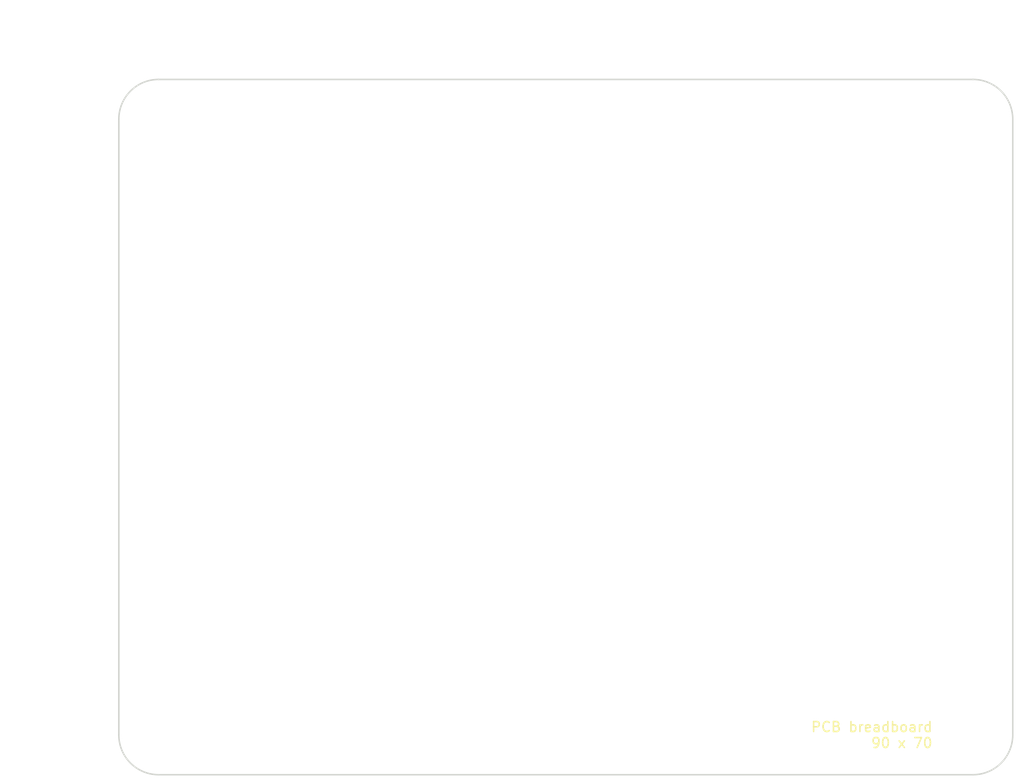
<source format=kicad_pcb>
(kicad_pcb (version 20171130) (host pcbnew 5.1.6-c6e7f7d~87~ubuntu18.04.1)

  (general
    (thickness 1.6)
    (drawings 19)
    (tracks 0)
    (zones 0)
    (modules 4)
    (nets 1)
  )

  (page User 148.488 105.004)
  (layers
    (0 F.Cu signal)
    (31 B.Cu signal)
    (32 B.Adhes user)
    (33 F.Adhes user)
    (34 B.Paste user)
    (35 F.Paste user)
    (36 B.SilkS user)
    (37 F.SilkS user)
    (38 B.Mask user)
    (39 F.Mask user)
    (40 Dwgs.User user)
    (41 Cmts.User user)
    (42 Eco1.User user)
    (43 Eco2.User user)
    (44 Edge.Cuts user)
    (45 Margin user)
    (46 B.CrtYd user)
    (47 F.CrtYd user)
    (48 B.Fab user)
    (49 F.Fab user)
  )

  (setup
    (last_trace_width 0.25)
    (trace_clearance 0.2)
    (zone_clearance 0.508)
    (zone_45_only no)
    (trace_min 0.2)
    (via_size 0.8)
    (via_drill 0.4)
    (via_min_size 0.4)
    (via_min_drill 0.3)
    (uvia_size 0.3)
    (uvia_drill 0.1)
    (uvias_allowed no)
    (uvia_min_size 0.2)
    (uvia_min_drill 0.1)
    (edge_width 0.05)
    (segment_width 0.2)
    (pcb_text_width 0.3)
    (pcb_text_size 1.5 1.5)
    (mod_edge_width 0.12)
    (mod_text_size 1 1)
    (mod_text_width 0.15)
    (pad_size 1.524 1.524)
    (pad_drill 0.762)
    (pad_to_mask_clearance 0.051)
    (solder_mask_min_width 0.25)
    (aux_axis_origin 0 0)
    (visible_elements FFFFFF7F)
    (pcbplotparams
      (layerselection 0x010fc_ffffffff)
      (usegerberextensions false)
      (usegerberattributes false)
      (usegerberadvancedattributes false)
      (creategerberjobfile false)
      (excludeedgelayer true)
      (linewidth 1.000000)
      (plotframeref false)
      (viasonmask false)
      (mode 1)
      (useauxorigin false)
      (hpglpennumber 1)
      (hpglpenspeed 20)
      (hpglpendiameter 15.000000)
      (psnegative false)
      (psa4output false)
      (plotreference true)
      (plotvalue true)
      (plotinvisibletext false)
      (padsonsilk false)
      (subtractmaskfromsilk false)
      (outputformat 1)
      (mirror false)
      (drillshape 1)
      (scaleselection 1)
      (outputdirectory ""))
  )

  (net 0 "")

  (net_class Default "This is the default net class."
    (clearance 0.2)
    (trace_width 0.25)
    (via_dia 0.8)
    (via_drill 0.4)
    (uvia_dia 0.3)
    (uvia_drill 0.1)
  )

  (module footprint-lib:MountingHole_3.1mm_M3,rpi_like locked (layer F.Cu) (tedit 5E58DC9B) (tstamp 5F3FEA66)
    (at 4 66)
    (descr "Mounting Hole 2.7mm, no annular, M2.5")
    (tags "mounting hole 2.7mm no annular m2.5")
    (path /5F3F8870)
    (attr virtual)
    (fp_text reference H4 (at 0 -3.7) (layer F.SilkS) hide
      (effects (font (size 1 1) (thickness 0.15)))
    )
    (fp_text value MountingHole (at 0 3.7) (layer F.Fab)
      (effects (font (size 1 1) (thickness 0.15)))
    )
    (fp_circle (center 0 0) (end 2.7 0) (layer Cmts.User) (width 0.15))
    (fp_circle (center 0 0) (end 2.95 0) (layer F.CrtYd) (width 0.05))
    (fp_circle (center 0 0) (end 1.905 0) (layer F.Mask) (width 1.2))
    (fp_circle (center 0 0) (end 1.905 0) (layer B.Mask) (width 1.2))
    (pad "" np_thru_hole circle (at 0 0) (size 3.1 3.1) (drill 3.1) (layers *.Cu *.Mask)
      (solder_mask_margin 1.5) (clearance 1.5))
  )

  (module footprint-lib:MountingHole_3.1mm_M3,rpi_like locked (layer F.Cu) (tedit 5E58DC9B) (tstamp 5F3FEA5D)
    (at 86 4)
    (descr "Mounting Hole 2.7mm, no annular, M2.5")
    (tags "mounting hole 2.7mm no annular m2.5")
    (path /5F3F87A6)
    (attr virtual)
    (fp_text reference H3 (at 0 -3.7) (layer F.SilkS) hide
      (effects (font (size 1 1) (thickness 0.15)))
    )
    (fp_text value MountingHole (at 0 3.7) (layer F.Fab)
      (effects (font (size 1 1) (thickness 0.15)))
    )
    (fp_circle (center 0 0) (end 2.7 0) (layer Cmts.User) (width 0.15))
    (fp_circle (center 0 0) (end 2.95 0) (layer F.CrtYd) (width 0.05))
    (fp_circle (center 0 0) (end 1.905 0) (layer F.Mask) (width 1.2))
    (fp_circle (center 0 0) (end 1.905 0) (layer B.Mask) (width 1.2))
    (pad "" np_thru_hole circle (at 0 0) (size 3.1 3.1) (drill 3.1) (layers *.Cu *.Mask)
      (solder_mask_margin 1.5) (clearance 1.5))
  )

  (module footprint-lib:MountingHole_3.1mm_M3,rpi_like locked (layer F.Cu) (tedit 5E58DC9B) (tstamp 5F3FEA54)
    (at 4 4)
    (descr "Mounting Hole 2.7mm, no annular, M2.5")
    (tags "mounting hole 2.7mm no annular m2.5")
    (path /5F3F85EB)
    (attr virtual)
    (fp_text reference H2 (at 0 -3.7) (layer F.SilkS) hide
      (effects (font (size 1 1) (thickness 0.15)))
    )
    (fp_text value MountingHole (at 0 3.7) (layer F.Fab)
      (effects (font (size 1 1) (thickness 0.15)))
    )
    (fp_circle (center 0 0) (end 2.7 0) (layer Cmts.User) (width 0.15))
    (fp_circle (center 0 0) (end 2.95 0) (layer F.CrtYd) (width 0.05))
    (fp_circle (center 0 0) (end 1.905 0) (layer F.Mask) (width 1.2))
    (fp_circle (center 0 0) (end 1.905 0) (layer B.Mask) (width 1.2))
    (pad "" np_thru_hole circle (at 0 0) (size 3.1 3.1) (drill 3.1) (layers *.Cu *.Mask)
      (solder_mask_margin 1.5) (clearance 1.5))
  )

  (module footprint-lib:MountingHole_3.1mm_M3,rpi_like locked (layer F.Cu) (tedit 5E58DC9B) (tstamp 5F3FEA4B)
    (at 86 66)
    (descr "Mounting Hole 2.7mm, no annular, M2.5")
    (tags "mounting hole 2.7mm no annular m2.5")
    (path /5F3F8107)
    (attr virtual)
    (fp_text reference H1 (at 0 -3.7) (layer F.SilkS) hide
      (effects (font (size 1 1) (thickness 0.15)))
    )
    (fp_text value MountingHole (at 0 3.7) (layer F.Fab)
      (effects (font (size 1 1) (thickness 0.15)))
    )
    (fp_circle (center 0 0) (end 2.7 0) (layer Cmts.User) (width 0.15))
    (fp_circle (center 0 0) (end 2.95 0) (layer F.CrtYd) (width 0.05))
    (fp_circle (center 0 0) (end 1.905 0) (layer F.Mask) (width 1.2))
    (fp_circle (center 0 0) (end 1.905 0) (layer B.Mask) (width 1.2))
    (pad "" np_thru_hole circle (at 0 0) (size 3.1 3.1) (drill 3.1) (layers *.Cu *.Mask)
      (solder_mask_margin 1.5) (clearance 1.5))
  )

  (dimension 70 (width 0.15) (layer Dwgs.User)
    (gr_text "70.000 mm" (at -8.3 35 270) (layer Dwgs.User)
      (effects (font (size 1 1) (thickness 0.15)))
    )
    (feature1 (pts (xy -3 70) (xy -7.586421 70)))
    (feature2 (pts (xy -3 0) (xy -7.586421 0)))
    (crossbar (pts (xy -7 0) (xy -7 70)))
    (arrow1a (pts (xy -7 70) (xy -7.586421 68.873496)))
    (arrow1b (pts (xy -7 70) (xy -6.413579 68.873496)))
    (arrow2a (pts (xy -7 0) (xy -7.586421 1.126504)))
    (arrow2b (pts (xy -7 0) (xy -6.413579 1.126504)))
  )
  (dimension 90 (width 0.15) (layer Dwgs.User)
    (gr_text "90.000 mm" (at 45 -7.3) (layer Dwgs.User)
      (effects (font (size 1 1) (thickness 0.15)))
    )
    (feature1 (pts (xy 90 -2) (xy 90 -6.586421)))
    (feature2 (pts (xy 0 -2) (xy 0 -6.586421)))
    (crossbar (pts (xy 0 -6) (xy 90 -6)))
    (arrow1a (pts (xy 90 -6) (xy 88.873496 -5.413579)))
    (arrow1b (pts (xy 90 -6) (xy 88.873496 -6.586421)))
    (arrow2a (pts (xy 0 -6) (xy 1.126504 -5.413579)))
    (arrow2b (pts (xy 0 -6) (xy 1.126504 -6.586421)))
  )
  (gr_arc (start 4 66) (end 1 66) (angle -90) (layer Dwgs.User) (width 0.15))
  (gr_arc (start 4 4) (end 4 1) (angle -90) (layer Dwgs.User) (width 0.15))
  (gr_arc (start 86 4) (end 89 4) (angle -90) (layer Dwgs.User) (width 0.15))
  (gr_arc (start 86 66) (end 86 69) (angle -90) (layer Dwgs.User) (width 0.15))
  (gr_arc (start 86 66) (end 86 70) (angle -90) (layer Edge.Cuts) (width 0.15))
  (gr_arc (start 86 4) (end 90 4) (angle -90) (layer Edge.Cuts) (width 0.15))
  (gr_arc (start 4 4) (end 4 0) (angle -90) (layer Edge.Cuts) (width 0.15))
  (gr_arc (start 4 66) (end 0 66) (angle -90) (layer Edge.Cuts) (width 0.15))
  (gr_text "PCB breadboard\n90 x 70" (at 82 66) (layer F.SilkS)
    (effects (font (size 1 1) (thickness 0.15)) (justify right))
  )
  (gr_line (start 1 66) (end 1 4) (layer Dwgs.User) (width 0.15))
  (gr_line (start 86 69) (end 4 69) (layer Dwgs.User) (width 0.15))
  (gr_line (start 89 4) (end 89 66) (layer Dwgs.User) (width 0.15))
  (gr_line (start 4 1) (end 86 1) (layer Dwgs.User) (width 0.15))
  (gr_line (start 4 0) (end 86 0) (layer Edge.Cuts) (width 0.15) (tstamp 5F3F7AE1))
  (gr_line (start 90 4) (end 90 66) (layer Edge.Cuts) (width 0.15) (tstamp 5F3F7ADB))
  (gr_line (start 4 70) (end 86 70) (layer Edge.Cuts) (width 0.15) (tstamp 5F3F7AA8))
  (gr_line (start 0 4) (end 0 66) (layer Edge.Cuts) (width 0.15) (tstamp 5F3F7ADE))

)

</source>
